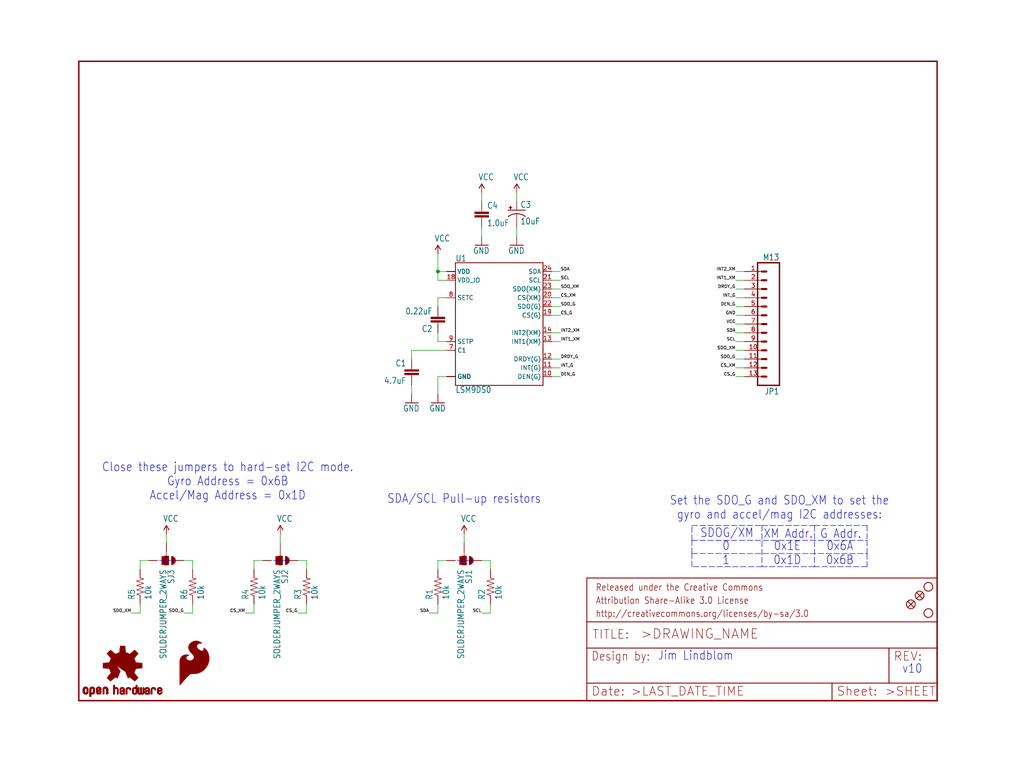
<source format=kicad_sch>
(kicad_sch (version 20211123) (generator eeschema)
  (paper "User" 297.002 223.926)
  (lib_symbols
    (symbol "schematicEagle-eagle-import:0.22UF-25V-10%(0603)"
      (property "Reference" "C" (at 1.524 2.921 0))
      (property "Value" "0.22UF-25V-10%(0603)" (at 1.524 -2.159 0))
      (symbol "0.22UF-25V-10%(0603)_1_0"
        (pin passive line (at 0 5.08 270) (length 2.54) (name "1") (number "1"))
        (pin passive line (at 0 -2.54 90) (length 2.54) (name "2") (number "2"))
      )
    )
    (symbol "schematicEagle-eagle-import:1.0UF-16V-10%(0603)"
      (property "Reference" "C" (at 1.524 2.921 0))
      (property "Value" "1.0UF-16V-10%(0603)" (at 1.524 -2.159 0))
      (symbol "1.0UF-16V-10%(0603)_1_0"
        (pin passive line (at 0 5.08 270) (length 2.54) (name "1") (number "1"))
        (pin passive line (at 0 -2.54 90) (length 2.54) (name "2") (number "2"))
      )
    )
    (symbol "schematicEagle-eagle-import:10K-1%RES-00824"
      (property "Reference" "R" (at -3.81 1.4986 0))
      (property "Value" "10K-1%RES-00824" (at -3.81 -3.302 0))
      (symbol "10K-1%RES-00824_1_0"
        (pin passive line (at -5.08 0 0) (length 2.54) (name "1") (number "1"))
        (pin passive line (at 5.08 0 180) (length 2.54) (name "2") (number "2"))
      )
    )
    (symbol "schematicEagle-eagle-import:10UF-16V-10%(TANT)"
      (property "Reference" "C" (at 1.016 0.635 0))
      (property "Value" "10UF-16V-10%(TANT)" (at 1.016 -4.191 0))
      (symbol "10UF-16V-10%(TANT)_1_0"
        (pin passive line (at 0 2.54 270) (length 2.54) (name "+") (number "A"))
        (pin passive line (at 0 -5.08 90) (length 2.54) (name "-") (number "C"))
      )
    )
    (symbol "schematicEagle-eagle-import:4.7UF-6.3V-10%(0603)0603"
      (property "Reference" "C" (at 1.524 2.921 0))
      (property "Value" "4.7UF-6.3V-10%(0603)0603" (at 1.524 -2.159 0))
      (symbol "4.7UF-6.3V-10%(0603)0603_1_0"
        (pin passive line (at 0 5.08 270) (length 2.54) (name "1") (number "1"))
        (pin passive line (at 0 -2.54 90) (length 2.54) (name "2") (number "2"))
      )
    )
    (symbol "schematicEagle-eagle-import:FIDUCIALUFIDUCIAL")
    (symbol "schematicEagle-eagle-import:FRAME-LETTER"
      (symbol "FRAME-LETTER_2_0"
        (text ">DRAWING_NAME" (at 15.494 17.78 0) (effects (font (size 2.7432 2.7432)) (justify left bottom)))
        (text ">LAST_DATE_TIME" (at 12.7 1.27 0) (effects (font (size 2.54 2.54)) (justify left bottom)))
        (text ">SHEET" (at 86.36 1.27 0) (effects (font (size 2.54 2.54)) (justify left bottom)))
        (text "Attribution Share-Alike 3.0 License" (at 2.54 27.94 0) (effects (font (size 1.9304 1.6408)) (justify left bottom)))
        (text "Date:" (at 1.27 1.27 0) (effects (font (size 2.54 2.54)) (justify left bottom)))
        (text "Design by:" (at 1.27 11.43 0) (effects (font (size 2.54 2.159)) (justify left bottom)))
        (text "http://creativecommons.org/licenses/by-sa/3.0" (at 2.54 24.13 0) (effects (font (size 1.9304 1.6408)) (justify left bottom)))
        (text "Released under the Creative Commons" (at 2.54 31.75 0) (effects (font (size 1.9304 1.6408)) (justify left bottom)))
        (text "REV:" (at 88.9 11.43 0) (effects (font (size 2.54 2.54)) (justify left bottom)))
        (text "Sheet:" (at 72.39 1.27 0) (effects (font (size 2.54 2.54)) (justify left bottom)))
        (text "TITLE:" (at 1.524 17.78 0) (effects (font (size 2.54 2.54)) (justify left bottom)))
      )
    )
    (symbol "schematicEagle-eagle-import:GND" (power)
      (property "Value" "GND" (at -2.54 -2.54 0))
      (symbol "GND_1_0"
        (pin power_in line (at 0 2.54 270) (length 2.54) (name "GND") (number "1"))
      )
    )
    (symbol "schematicEagle-eagle-import:LSM9DS0"
      (property "Reference" "U" (at -12.7 19.05 0))
      (property "Value" "LSM9DS0" (at -12.7 -19.05 0))
      (symbol "LSM9DS0_1_0"
        (pin bidirectional line (at 15.24 -15.24 180) (length 2.54) (name "DEN(G)") (number "10"))
        (pin bidirectional line (at 15.24 -12.7 180) (length 2.54) (name "INT(G)") (number "11"))
        (pin bidirectional line (at 15.24 -10.16 180) (length 2.54) (name "DRDY(G)") (number "12"))
        (pin bidirectional line (at 15.24 -5.08 180) (length 2.54) (name "INT1(XM)") (number "13"))
        (pin bidirectional line (at 15.24 -2.54 180) (length 2.54) (name "INT2(XM)") (number "14"))
        (pin bidirectional line (at -15.24 15.24 0) (length 2.54) (name "VDD") (number "15"))
        (pin bidirectional line (at -15.24 15.24 0) (length 2.54) (name "VDD") (number "16"))
        (pin bidirectional line (at -15.24 15.24 0) (length 2.54) (name "VDD") (number "17"))
        (pin bidirectional line (at -15.24 12.7 0) (length 2.54) (name "VDD_IO") (number "18"))
        (pin bidirectional line (at 15.24 2.54 180) (length 2.54) (name "CS(G)") (number "19"))
        (pin bidirectional line (at -15.24 -15.24 0) (length 2.54) (name "GND") (number "2"))
        (pin bidirectional line (at 15.24 7.62 180) (length 2.54) (name "CS(XM)") (number "20"))
        (pin bidirectional line (at 15.24 12.7 180) (length 2.54) (name "SCL") (number "21"))
        (pin bidirectional line (at 15.24 5.08 180) (length 2.54) (name "SDO(G)") (number "22"))
        (pin bidirectional line (at 15.24 10.16 180) (length 2.54) (name "SDO(XM)") (number "23"))
        (pin bidirectional line (at 15.24 15.24 180) (length 2.54) (name "SDA") (number "24"))
        (pin bidirectional line (at -15.24 -15.24 0) (length 2.54) (name "GND") (number "3"))
        (pin bidirectional line (at -15.24 -15.24 0) (length 2.54) (name "GND") (number "4"))
        (pin bidirectional line (at -15.24 -15.24 0) (length 2.54) (name "GND") (number "5"))
        (pin bidirectional line (at -15.24 -15.24 0) (length 2.54) (name "GND") (number "6"))
        (pin bidirectional line (at -15.24 -7.62 0) (length 2.54) (name "C1") (number "7"))
        (pin bidirectional line (at -15.24 7.62 0) (length 2.54) (name "SETC") (number "8"))
        (pin bidirectional line (at -15.24 -5.08 0) (length 2.54) (name "SETP") (number "9"))
      )
    )
    (symbol "schematicEagle-eagle-import:M13"
      (property "Reference" "JP" (at 0 18.542 0))
      (property "Value" "M13" (at 0 -20.32 0))
      (symbol "M13_1_0"
        (pin passive line (at 10.16 -15.24 180) (length 5.08) (name "1") (number "1"))
        (pin passive line (at 10.16 7.62 180) (length 5.08) (name "10") (number "10"))
        (pin passive line (at 10.16 10.16 180) (length 5.08) (name "11") (number "11"))
        (pin passive line (at 10.16 12.7 180) (length 5.08) (name "12") (number "12"))
        (pin passive line (at 10.16 15.24 180) (length 5.08) (name "13") (number "13"))
        (pin passive line (at 10.16 -12.7 180) (length 5.08) (name "2") (number "2"))
        (pin passive line (at 10.16 -10.16 180) (length 5.08) (name "3") (number "3"))
        (pin passive line (at 10.16 -7.62 180) (length 5.08) (name "4") (number "4"))
        (pin passive line (at 10.16 -5.08 180) (length 5.08) (name "5") (number "5"))
        (pin passive line (at 10.16 -2.54 180) (length 5.08) (name "6") (number "6"))
        (pin passive line (at 10.16 0 180) (length 5.08) (name "7") (number "7"))
        (pin passive line (at 10.16 2.54 180) (length 5.08) (name "8") (number "8"))
        (pin passive line (at 10.16 5.08 180) (length 5.08) (name "9") (number "9"))
      )
    )
    (symbol "schematicEagle-eagle-import:OSHW-LOGOS")
    (symbol "schematicEagle-eagle-import:SFE_LOGO_FLAME.1_INCH")
    (symbol "schematicEagle-eagle-import:SOLDERJUMPER_2WAYS"
      (property "Reference" "SJ" (at 2.54 0.381 0))
      (property "Value" "SOLDERJUMPER_2WAYS" (at 2.54 -1.905 0))
      (symbol "SOLDERJUMPER_2WAYS_1_0"
        (pin passive line (at 0 5.08 270) (length 2.54) (name "1") (number "1"))
        (pin passive line (at -5.08 0 0) (length 2.54) (name "2") (number "2"))
        (pin passive line (at 0 -5.08 90) (length 2.54) (name "3") (number "3"))
      )
    )
    (symbol "schematicEagle-eagle-import:STAND-OFF")
    (symbol "schematicEagle-eagle-import:VCC" (power)
      (property "Value" "VCC" (at -1.016 3.556 0))
      (symbol "VCC_1_0"
        (pin power_in line (at 0 0 90) (length 2.54) (name "VCC") (number "1"))
      )
    )
  )
  (junction (at 127 78.74))
  (wire (pts (xy 139.7 55.88) (xy 139.7 58.42)))
  (wire (pts (xy 160.02 86.36) (xy 162.56 86.36)))
  (polyline (pts (xy 200.66 152.4) (xy 220.98 152.4)))
  (polyline (pts (xy 79.248 162.56) (xy 83.312 162.56)))
  (wire (pts (xy 215.9 91.44) (xy 213.36 91.44)))
  (wire (pts (xy 142.24 177.8) (xy 142.24 175.26)))
  (wire (pts (xy 160.02 88.9) (xy 162.56 88.9)))
  (wire (pts (xy 88.9 162.56) (xy 88.9 165.1)))
  (wire (pts (xy 160.02 81.28) (xy 162.56 81.28)))
  (wire (pts (xy 139.7 68.58) (xy 139.7 66.04)))
  (wire (pts (xy 127 78.74) (xy 127 73.66)))
  (wire (pts (xy 127 177.8) (xy 127 175.26)))
  (wire (pts (xy 160.02 78.74) (xy 162.56 78.74)))
  (wire (pts (xy 88.9 177.8) (xy 86.36 177.8)))
  (wire (pts (xy 86.36 162.56) (xy 88.9 162.56)))
  (polyline (pts (xy 251.46 160.528) (xy 251.46 164.338)))
  (wire (pts (xy 139.7 162.56) (xy 142.24 162.56)))
  (polyline (pts (xy 236.22 152.4) (xy 251.46 152.4)))
  (polyline (pts (xy 200.66 160.528) (xy 200.66 156.718)))
  (wire (pts (xy 149.86 55.88) (xy 149.86 58.42)))
  (wire (pts (xy 73.66 162.56) (xy 73.66 165.1)))
  (wire (pts (xy 129.54 99.06) (xy 127 99.06)))
  (wire (pts (xy 76.2 162.56) (xy 73.66 162.56)))
  (wire (pts (xy 55.88 177.8) (xy 53.34 177.8)))
  (wire (pts (xy 81.28 154.94) (xy 81.28 157.48)))
  (wire (pts (xy 215.9 93.98) (xy 213.36 93.98)))
  (polyline (pts (xy 200.66 164.338) (xy 200.66 160.528)))
  (wire (pts (xy 139.7 177.8) (xy 142.24 177.8)))
  (polyline (pts (xy 236.22 152.4) (xy 236.22 164.338)))
  (polyline (pts (xy 200.66 156.718) (xy 200.66 152.4)))
  (wire (pts (xy 215.9 86.36) (xy 213.36 86.36)))
  (wire (pts (xy 119.38 111.76) (xy 119.38 114.3)))
  (wire (pts (xy 48.26 154.94) (xy 48.26 157.48)))
  (polyline (pts (xy 251.46 156.718) (xy 251.46 160.528)))
  (wire (pts (xy 160.02 91.44) (xy 162.56 91.44)))
  (wire (pts (xy 215.9 104.14) (xy 213.36 104.14)))
  (wire (pts (xy 215.9 88.9) (xy 213.36 88.9)))
  (wire (pts (xy 149.86 68.58) (xy 149.86 66.04)))
  (wire (pts (xy 160.02 83.82) (xy 162.56 83.82)))
  (wire (pts (xy 129.54 78.74) (xy 127 78.74)))
  (wire (pts (xy 73.66 175.26) (xy 73.66 177.8)))
  (wire (pts (xy 40.64 175.26) (xy 40.64 177.8)))
  (wire (pts (xy 127 99.06) (xy 127 96.52)))
  (wire (pts (xy 53.34 162.56) (xy 55.88 162.56)))
  (wire (pts (xy 40.64 165.1) (xy 40.64 162.56)))
  (wire (pts (xy 160.02 99.06) (xy 162.56 99.06)))
  (polyline (pts (xy 236.22 164.338) (xy 220.98 164.338)))
  (wire (pts (xy 127 162.56) (xy 129.54 162.56)))
  (wire (pts (xy 160.02 96.52) (xy 162.56 96.52)))
  (wire (pts (xy 160.02 104.14) (xy 162.56 104.14)))
  (wire (pts (xy 160.02 106.68) (xy 162.56 106.68)))
  (wire (pts (xy 215.9 83.82) (xy 213.36 83.82)))
  (wire (pts (xy 215.9 99.06) (xy 213.36 99.06)))
  (wire (pts (xy 215.9 78.74) (xy 213.36 78.74)))
  (wire (pts (xy 215.9 109.22) (xy 213.36 109.22)))
  (wire (pts (xy 129.54 109.22) (xy 127 109.22)))
  (wire (pts (xy 127 109.22) (xy 127 114.3)))
  (wire (pts (xy 127 86.36) (xy 127 88.9)))
  (wire (pts (xy 129.54 81.28) (xy 127 81.28)))
  (wire (pts (xy 88.9 175.26) (xy 88.9 177.8)))
  (wire (pts (xy 215.9 101.6) (xy 213.36 101.6)))
  (wire (pts (xy 142.24 162.56) (xy 142.24 165.1)))
  (polyline (pts (xy 46.228 162.56) (xy 50.292 162.56)))
  (wire (pts (xy 40.64 177.8) (xy 38.1 177.8)))
  (wire (pts (xy 129.54 101.6) (xy 119.38 101.6)))
  (wire (pts (xy 124.46 177.8) (xy 127 177.8)))
  (polyline (pts (xy 220.98 152.4) (xy 236.22 152.4)))
  (polyline (pts (xy 251.46 164.338) (xy 236.22 164.338)))
  (polyline (pts (xy 251.46 152.4) (xy 251.46 156.718)))
  (wire (pts (xy 160.02 109.22) (xy 162.56 109.22)))
  (polyline (pts (xy 200.66 160.528) (xy 251.46 160.528)))
  (polyline (pts (xy 220.98 164.338) (xy 200.66 164.338)))
  (wire (pts (xy 40.64 162.56) (xy 43.18 162.56)))
  (wire (pts (xy 119.38 101.6) (xy 119.38 104.14)))
  (wire (pts (xy 215.9 106.68) (xy 213.36 106.68)))
  (wire (pts (xy 73.66 177.8) (xy 71.12 177.8)))
  (wire (pts (xy 55.88 162.56) (xy 55.88 165.1)))
  (wire (pts (xy 215.9 81.28) (xy 213.36 81.28)))
  (wire (pts (xy 215.9 96.52) (xy 213.36 96.52)))
  (wire (pts (xy 127 81.28) (xy 127 78.74)))
  (wire (pts (xy 134.62 157.48) (xy 134.62 154.94)))
  (wire (pts (xy 55.88 175.26) (xy 55.88 177.8)))
  (wire (pts (xy 127 165.1) (xy 127 162.56)))
  (polyline (pts (xy 132.588 162.56) (xy 136.652 162.56)))
  (polyline (pts (xy 220.98 152.4) (xy 220.98 164.338)))
  (wire (pts (xy 129.54 86.36) (xy 127 86.36)))
  (polyline (pts (xy 200.66 156.718) (xy 251.46 156.718)))
  (text "Set the SDO_G and SDO_XM to set the\ngyro and accel/mag I2C addresses:" (at 226.06 147.32 0) (effects (font (size 2.54 2.159))))
  (text "SDA/SCL Pull-up resistors" (at 134.62 144.78 180) (effects (font (size 2.54 2.159))))
  (text "0\n1" (at 210.566 160.528 180) (effects (font (size 2.54 2.159))))
  (text "XM Addr." (at 228.6 154.94 180) (effects (font (size 2.54 2.159))))
  (text "Jim Lindblom" (at 190.754 191.77 180) (effects (font (size 2.54 2.159)) (justify left bottom)))
  (text "v10" (at 261.62 195.58 180) (effects (font (size 2.54 2.159)) (justify left bottom)))
  (text "0x6A\n0x6B" (at 243.586 160.528 180) (effects (font (size 2.54 2.159))))
  (text "0x1E\n0x1D" (at 228.346 160.528 180) (effects (font (size 2.54 2.159))))
  (text "G Addr." (at 243.84 154.94 180) (effects (font (size 2.54 2.159))))
  (text "Close these jumpers to hard-set I2C mode.\nGyro Address = 0x6B\nAccel/Mag Address = 0x1D" (at 66.04 139.7 0) (effects (font (size 2.54 2.159))))
  (text "SDOG/XM" (at 210.82 154.686 180) (effects (font (size 2.54 2.159))))
  (label "SDO_XM" (at 162.56 83.82 0) (effects (font (size 0.889 0.889))))
  (label "INT1_XM" (at 213.36 81.28 180) (effects (font (size 0.889 0.889))))
  (label "CS_XM" (at 162.56 86.36 0) (effects (font (size 0.889 0.889))))
  (label "SDO_G" (at 213.36 104.14 180) (effects (font (size 0.889 0.889))))
  (label "SDO_G" (at 53.34 177.8 180) (effects (font (size 0.889 0.889))))
  (label "SDA" (at 213.36 96.52 180) (effects (font (size 0.889 0.889))))
  (label "DEN_G" (at 162.56 109.22 0) (effects (font (size 0.889 0.889))))
  (label "INT2_XM" (at 213.36 78.74 180) (effects (font (size 0.889 0.889))))
  (label "VCC" (at 213.36 93.98 180) (effects (font (size 0.889 0.889))))
  (label "SCL" (at 139.7 177.8 180) (effects (font (size 0.889 0.889))))
  (label "INT2_XM" (at 162.56 96.52 0) (effects (font (size 0.889 0.889))))
  (label "CS_XM" (at 213.36 106.68 180) (effects (font (size 0.889 0.889))))
  (label "SDA" (at 124.46 177.8 180) (effects (font (size 0.889 0.889))))
  (label "SDO_G" (at 162.56 88.9 0) (effects (font (size 0.889 0.889))))
  (label "SCL" (at 213.36 99.06 180) (effects (font (size 0.889 0.889))))
  (label "SCL" (at 162.56 81.28 0) (effects (font (size 0.889 0.889))))
  (label "INT_G" (at 213.36 86.36 180) (effects (font (size 0.889 0.889))))
  (label "CS_G" (at 86.36 177.8 180) (effects (font (size 0.889 0.889))))
  (label "DEN_G" (at 213.36 88.9 180) (effects (font (size 0.889 0.889))))
  (label "CS_G" (at 162.56 91.44 0) (effects (font (size 0.889 0.889))))
  (label "CS_G" (at 213.36 109.22 180) (effects (font (size 0.889 0.889))))
  (label "GND" (at 213.36 91.44 180) (effects (font (size 0.889 0.889))))
  (label "SDO_XM" (at 38.1 177.8 180) (effects (font (size 0.889 0.889))))
  (label "SDO_XM" (at 213.36 101.6 180) (effects (font (size 0.889 0.889))))
  (label "INT1_XM" (at 162.56 99.06 0) (effects (font (size 0.889 0.889))))
  (label "INT_G" (at 162.56 106.68 0) (effects (font (size 0.889 0.889))))
  (label "DRDY_G" (at 162.56 104.14 0) (effects (font (size 0.889 0.889))))
  (label "DRDY_G" (at 213.36 83.82 180) (effects (font (size 0.889 0.889))))
  (label "CS_XM" (at 71.12 177.8 180) (effects (font (size 0.889 0.889))))
  (label "SDA" (at 162.56 78.74 0) (effects (font (size 0.889 0.889))))
  (symbol (lib_id "schematicEagle-eagle-import:FRAME-LETTER") (at 22.86 203.2 0) (unit 1)
    (property "Reference" "FRAME1" (effects hide))
    (property "Value" "FRAME-LETTER" (effects hide))
    (property "Footprint" "schematicEagle:CREATIVE_COMMONS" (effects hide))
  )
  (symbol (lib_id "schematicEagle-eagle-import:VCC") (at 81.28 154.94 0) (unit 1)
    (property "Reference" "#SUPPLY5" (effects hide))
    (property "Value" "VCC" (at 80.264 151.384 0) (effects (font (size 1.778 1.5113)) (justify left bottom)))
    (property "Footprint" "schematicEagle:" (effects hide))
  )
  (symbol (lib_id "schematicEagle-eagle-import:VCC") (at 48.26 154.94 0) (unit 1)
    (property "Reference" "#SUPPLY6" (effects hide))
    (property "Value" "VCC" (at 47.244 151.384 0) (effects (font (size 1.778 1.5113)) (justify left bottom)))
    (property "Footprint" "schematicEagle:" (effects hide))
  )
  (symbol (lib_id "schematicEagle-eagle-import:10K-1%RES-00824") (at 142.24 170.18 90) (unit 1)
    (property "Reference" "R2" (at 140.7414 173.99 0) (effects (font (size 1.778 1.5113)) (justify left bottom)))
    (property "Value" "10k" (at 145.542 173.99 0) (effects (font (size 1.778 1.5113)) (justify left bottom)))
    (property "Footprint" "schematicEagle:0603-RES" (effects hide))
  )
  (symbol (lib_id "schematicEagle-eagle-import:VCC") (at 139.7 55.88 0) (unit 1)
    (property "Reference" "#SUPPLY2" (effects hide))
    (property "Value" "VCC" (at 138.684 52.324 0) (effects (font (size 1.778 1.5113)) (justify left bottom)))
    (property "Footprint" "schematicEagle:" (effects hide))
  )
  (symbol (lib_id "schematicEagle-eagle-import:GND") (at 139.7 71.12 0) (unit 1)
    (property "Reference" "#GND3" (effects hide))
    (property "Value" "GND" (at 137.16 73.66 0) (effects (font (size 1.778 1.5113)) (justify left bottom)))
    (property "Footprint" "schematicEagle:" (effects hide))
  )
  (symbol (lib_id "schematicEagle-eagle-import:0.22UF-25V-10%(0603)") (at 127 91.44 180) (unit 1)
    (property "Reference" "C2" (at 125.476 94.361 0) (effects (font (size 1.778 1.5113)) (justify left bottom)))
    (property "Value" "0.22uF" (at 125.476 89.281 0) (effects (font (size 1.778 1.5113)) (justify left bottom)))
    (property "Footprint" "schematicEagle:0603-CAP" (effects hide))
  )
  (symbol (lib_id "schematicEagle-eagle-import:FIDUCIALUFIDUCIAL") (at 266.7 172.72 0) (unit 1)
    (property "Reference" "FID1" (effects hide))
    (property "Value" "FIDUCIALUFIDUCIAL" (effects hide))
    (property "Footprint" "schematicEagle:MICRO-FIDUCIAL" (effects hide))
  )
  (symbol (lib_id "schematicEagle-eagle-import:4.7UF-6.3V-10%(0603)0603") (at 119.38 109.22 0) (mirror y) (unit 1)
    (property "Reference" "C1" (at 117.856 106.299 0) (effects (font (size 1.778 1.5113)) (justify left bottom)))
    (property "Value" "4.7uF" (at 117.856 111.379 0) (effects (font (size 1.778 1.5113)) (justify left bottom)))
    (property "Footprint" "schematicEagle:0603-CAP" (effects hide))
  )
  (symbol (lib_id "schematicEagle-eagle-import:VCC") (at 127 73.66 0) (unit 1)
    (property "Reference" "#SUPPLY1" (effects hide))
    (property "Value" "VCC" (at 125.984 70.104 0) (effects (font (size 1.778 1.5113)) (justify left bottom)))
    (property "Footprint" "schematicEagle:" (effects hide))
  )
  (symbol (lib_id "schematicEagle-eagle-import:VCC") (at 134.62 154.94 0) (unit 1)
    (property "Reference" "#SUPPLY4" (effects hide))
    (property "Value" "VCC" (at 133.604 151.384 0) (effects (font (size 1.778 1.5113)) (justify left bottom)))
    (property "Footprint" "schematicEagle:" (effects hide))
  )
  (symbol (lib_id "schematicEagle-eagle-import:10UF-16V-10%(TANT)") (at 149.86 60.96 0) (unit 1)
    (property "Reference" "C3" (at 150.876 60.325 0) (effects (font (size 1.778 1.5113)) (justify left bottom)))
    (property "Value" "10uF" (at 150.876 65.151 0) (effects (font (size 1.778 1.5113)) (justify left bottom)))
    (property "Footprint" "schematicEagle:EIA3216" (effects hide))
  )
  (symbol (lib_id "schematicEagle-eagle-import:SOLDERJUMPER_2WAYS") (at 134.62 162.56 270) (unit 1)
    (property "Reference" "SJ1" (at 135.001 165.1 0) (effects (font (size 1.778 1.5113)) (justify left bottom)))
    (property "Value" "SOLDERJUMPER_2WAYS" (at 132.715 165.1 0) (effects (font (size 1.778 1.5113)) (justify left bottom)))
    (property "Footprint" "schematicEagle:SJ_3" (effects hide))
  )
  (symbol (lib_id "schematicEagle-eagle-import:SOLDERJUMPER_2WAYS") (at 48.26 162.56 270) (unit 1)
    (property "Reference" "SJ3" (at 48.641 165.1 0) (effects (font (size 1.778 1.5113)) (justify left bottom)))
    (property "Value" "SOLDERJUMPER_2WAYS" (at 46.355 165.1 0) (effects (font (size 1.778 1.5113)) (justify left bottom)))
    (property "Footprint" "schematicEagle:SJ_3" (effects hide))
  )
  (symbol (lib_id "schematicEagle-eagle-import:SOLDERJUMPER_2WAYS") (at 81.28 162.56 270) (unit 1)
    (property "Reference" "SJ2" (at 81.661 165.1 0) (effects (font (size 1.778 1.5113)) (justify left bottom)))
    (property "Value" "SOLDERJUMPER_2WAYS" (at 79.375 165.1 0) (effects (font (size 1.778 1.5113)) (justify left bottom)))
    (property "Footprint" "schematicEagle:SJ_3" (effects hide))
  )
  (symbol (lib_id "schematicEagle-eagle-import:10K-1%RES-00824") (at 73.66 170.18 90) (unit 1)
    (property "Reference" "R4" (at 72.1614 173.99 0) (effects (font (size 1.778 1.5113)) (justify left bottom)))
    (property "Value" "10k" (at 76.962 173.99 0) (effects (font (size 1.778 1.5113)) (justify left bottom)))
    (property "Footprint" "schematicEagle:0603-RES" (effects hide))
  )
  (symbol (lib_id "schematicEagle-eagle-import:10K-1%RES-00824") (at 40.64 170.18 90) (unit 1)
    (property "Reference" "R5" (at 39.1414 173.99 0) (effects (font (size 1.778 1.5113)) (justify left bottom)))
    (property "Value" "10k" (at 43.942 173.99 0) (effects (font (size 1.778 1.5113)) (justify left bottom)))
    (property "Footprint" "schematicEagle:0603-RES" (effects hide))
  )
  (symbol (lib_id "schematicEagle-eagle-import:10K-1%RES-00824") (at 55.88 170.18 90) (unit 1)
    (property "Reference" "R6" (at 54.3814 173.99 0) (effects (font (size 1.778 1.5113)) (justify left bottom)))
    (property "Value" "10k" (at 59.182 173.99 0) (effects (font (size 1.778 1.5113)) (justify left bottom)))
    (property "Footprint" "schematicEagle:0603-RES" (effects hide))
  )
  (symbol (lib_id "schematicEagle-eagle-import:10K-1%RES-00824") (at 127 170.18 90) (unit 1)
    (property "Reference" "R1" (at 125.5014 173.99 0) (effects (font (size 1.778 1.5113)) (justify left bottom)))
    (property "Value" "10k" (at 130.302 173.99 0) (effects (font (size 1.778 1.5113)) (justify left bottom)))
    (property "Footprint" "schematicEagle:0603-RES" (effects hide))
  )
  (symbol (lib_id "schematicEagle-eagle-import:M13") (at 226.06 93.98 180) (unit 1)
    (property "Reference" "JP1" (at 226.06 112.522 0) (effects (font (size 1.778 1.5113)) (justify left bottom)))
    (property "Value" "M13" (at 226.06 73.66 0) (effects (font (size 1.778 1.5113)) (justify left bottom)))
    (property "Footprint" "schematicEagle:1X13" (effects hide))
  )
  (symbol (lib_id "schematicEagle-eagle-import:STAND-OFF") (at 269.24 177.8 0) (unit 1)
    (property "Reference" "STANDOFF2" (effects hide))
    (property "Value" "STAND-OFF" (effects hide))
    (property "Footprint" "schematicEagle:STAND-OFF" (effects hide))
  )
  (symbol (lib_id "schematicEagle-eagle-import:VCC") (at 149.86 55.88 0) (unit 1)
    (property "Reference" "#SUPPLY3" (effects hide))
    (property "Value" "VCC" (at 148.844 52.324 0) (effects (font (size 1.778 1.5113)) (justify left bottom)))
    (property "Footprint" "schematicEagle:" (effects hide))
  )
  (symbol (lib_id "schematicEagle-eagle-import:1.0UF-16V-10%(0603)") (at 139.7 63.5 0) (unit 1)
    (property "Reference" "C4" (at 141.224 60.579 0) (effects (font (size 1.778 1.5113)) (justify left bottom)))
    (property "Value" "1.0uF" (at 141.224 65.659 0) (effects (font (size 1.778 1.5113)) (justify left bottom)))
    (property "Footprint" "schematicEagle:0603-CAP" (effects hide))
  )
  (symbol (lib_id "schematicEagle-eagle-import:STAND-OFF") (at 269.24 170.18 0) (unit 1)
    (property "Reference" "STANDOFF1" (effects hide))
    (property "Value" "STAND-OFF" (effects hide))
    (property "Footprint" "schematicEagle:STAND-OFF" (effects hide))
  )
  (symbol (lib_id "schematicEagle-eagle-import:FRAME-LETTER") (at 170.18 203.2 0) (unit 2)
    (property "Reference" "FRAME1" (effects hide))
    (property "Value" "FRAME-LETTER" (effects hide))
    (property "Footprint" "schematicEagle:CREATIVE_COMMONS" (effects hide))
  )
  (symbol (lib_id "schematicEagle-eagle-import:10K-1%RES-00824") (at 88.9 170.18 90) (unit 1)
    (property "Reference" "R3" (at 87.4014 173.99 0) (effects (font (size 1.778 1.5113)) (justify left bottom)))
    (property "Value" "10k" (at 92.202 173.99 0) (effects (font (size 1.778 1.5113)) (justify left bottom)))
    (property "Footprint" "schematicEagle:0603-RES" (effects hide))
  )
  (symbol (lib_id "schematicEagle-eagle-import:LSM9DS0") (at 144.78 93.98 0) (unit 1)
    (property "Reference" "U1" (at 132.08 74.93 0) (effects (font (size 1.778 1.5113)) (justify left)))
    (property "Value" "LSM9DS0" (at 132.08 113.03 0) (effects (font (size 1.778 1.5113)) (justify left)))
    (property "Footprint" "schematicEagle:LGA-24" (effects hide))
  )
  (symbol (lib_id "schematicEagle-eagle-import:GND") (at 127 116.84 0) (unit 1)
    (property "Reference" "#GND1" (effects hide))
    (property "Value" "GND" (at 124.46 119.38 0) (effects (font (size 1.778 1.5113)) (justify left bottom)))
    (property "Footprint" "schematicEagle:" (effects hide))
  )
  (symbol (lib_id "schematicEagle-eagle-import:SFE_LOGO_FLAME.1_INCH") (at 51.816 199.136 0) (unit 1)
    (property "Reference" "LOGO2" (effects hide))
    (property "Value" "SFE_LOGO_FLAME.1_INCH" (effects hide))
    (property "Footprint" "schematicEagle:SFE_LOGO_FLAME_.1" (effects hide))
  )
  (symbol (lib_id "schematicEagle-eagle-import:SFE_LOGO_FLAME.1_INCH") (at 51.816 199.136 0) (unit 1)
    (property "Reference" "LOGO3" (effects hide))
    (property "Value" "SFE_LOGO_FLAME.1_INCH" (effects hide))
    (property "Footprint" "schematicEagle:SFE_LOGO_FLAME_.1" (effects hide))
  )
  (symbol (lib_id "schematicEagle-eagle-import:FIDUCIALUFIDUCIAL") (at 264.16 175.26 0) (unit 1)
    (property "Reference" "FID2" (effects hide))
    (property "Value" "FIDUCIALUFIDUCIAL" (effects hide))
    (property "Footprint" "schematicEagle:MICRO-FIDUCIAL" (effects hide))
  )
  (symbol (lib_id "schematicEagle-eagle-import:GND") (at 149.86 71.12 0) (unit 1)
    (property "Reference" "#GND4" (effects hide))
    (property "Value" "GND" (at 147.32 73.66 0) (effects (font (size 1.778 1.5113)) (justify left bottom)))
    (property "Footprint" "schematicEagle:" (effects hide))
  )
  (symbol (lib_id "schematicEagle-eagle-import:GND") (at 119.38 116.84 0) (unit 1)
    (property "Reference" "#GND2" (effects hide))
    (property "Value" "GND" (at 116.84 119.38 0) (effects (font (size 1.778 1.5113)) (justify left bottom)))
    (property "Footprint" "schematicEagle:" (effects hide))
  )
  (symbol (lib_id "schematicEagle-eagle-import:OSHW-LOGOS") (at 35.56 193.04 0) (unit 1)
    (property "Reference" "LOGO1" (effects hide))
    (property "Value" "OSHW-LOGOS" (effects hide))
    (property "Footprint" "schematicEagle:OSHW-LOGO-S" (effects hide))
  )
)
</source>
